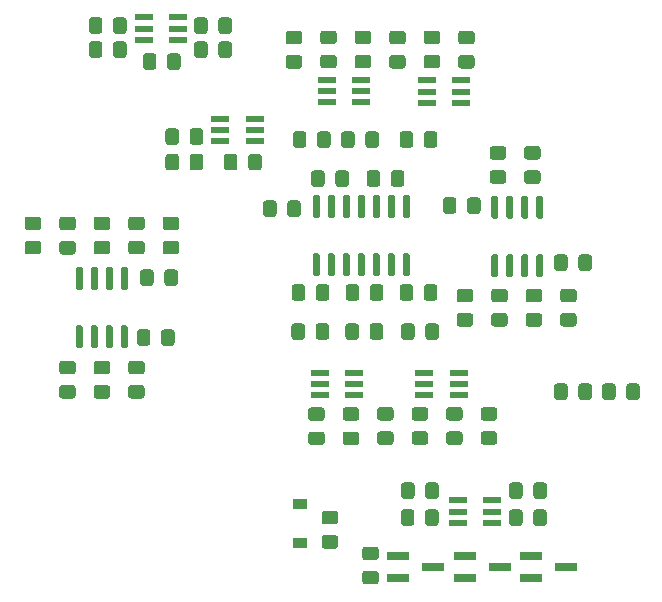
<source format=gbr>
G04 #@! TF.GenerationSoftware,KiCad,Pcbnew,5.1.6-c6e7f7d~87~ubuntu18.04.1*
G04 #@! TF.CreationDate,2020-08-18T13:24:45-04:00*
G04 #@! TF.ProjectId,arp_4072_LPF,6172705f-3430-4373-925f-4c50462e6b69,1*
G04 #@! TF.SameCoordinates,Original*
G04 #@! TF.FileFunction,Paste,Top*
G04 #@! TF.FilePolarity,Positive*
%FSLAX46Y46*%
G04 Gerber Fmt 4.6, Leading zero omitted, Abs format (unit mm)*
G04 Created by KiCad (PCBNEW 5.1.6-c6e7f7d~87~ubuntu18.04.1) date 2020-08-18 13:24:45*
%MOMM*%
%LPD*%
G01*
G04 APERTURE LIST*
%ADD10R,1.500000X0.550000*%
%ADD11R,1.900000X0.800000*%
%ADD12R,1.200000X0.900000*%
G04 APERTURE END LIST*
G36*
G01*
X150564000Y-94176001D02*
X150564000Y-93275999D01*
G75*
G02*
X150813999Y-93026000I249999J0D01*
G01*
X151464001Y-93026000D01*
G75*
G02*
X151714000Y-93275999I0J-249999D01*
G01*
X151714000Y-94176001D01*
G75*
G02*
X151464001Y-94426000I-249999J0D01*
G01*
X150813999Y-94426000D01*
G75*
G02*
X150564000Y-94176001I0J249999D01*
G01*
G37*
G36*
G01*
X148514000Y-94176001D02*
X148514000Y-93275999D01*
G75*
G02*
X148763999Y-93026000I249999J0D01*
G01*
X149414001Y-93026000D01*
G75*
G02*
X149664000Y-93275999I0J-249999D01*
G01*
X149664000Y-94176001D01*
G75*
G02*
X149414001Y-94426000I-249999J0D01*
G01*
X148763999Y-94426000D01*
G75*
G02*
X148514000Y-94176001I0J249999D01*
G01*
G37*
D10*
X165280000Y-82870000D03*
X165280000Y-83820000D03*
X165280000Y-84770000D03*
X162380000Y-84770000D03*
X162380000Y-83820000D03*
X162380000Y-82870000D03*
G36*
G01*
X136629000Y-103608000D02*
X136929000Y-103608000D01*
G75*
G02*
X137079000Y-103758000I0J-150000D01*
G01*
X137079000Y-105408000D01*
G75*
G02*
X136929000Y-105558000I-150000J0D01*
G01*
X136629000Y-105558000D01*
G75*
G02*
X136479000Y-105408000I0J150000D01*
G01*
X136479000Y-103758000D01*
G75*
G02*
X136629000Y-103608000I150000J0D01*
G01*
G37*
G36*
G01*
X135359000Y-103608000D02*
X135659000Y-103608000D01*
G75*
G02*
X135809000Y-103758000I0J-150000D01*
G01*
X135809000Y-105408000D01*
G75*
G02*
X135659000Y-105558000I-150000J0D01*
G01*
X135359000Y-105558000D01*
G75*
G02*
X135209000Y-105408000I0J150000D01*
G01*
X135209000Y-103758000D01*
G75*
G02*
X135359000Y-103608000I150000J0D01*
G01*
G37*
G36*
G01*
X134089000Y-103608000D02*
X134389000Y-103608000D01*
G75*
G02*
X134539000Y-103758000I0J-150000D01*
G01*
X134539000Y-105408000D01*
G75*
G02*
X134389000Y-105558000I-150000J0D01*
G01*
X134089000Y-105558000D01*
G75*
G02*
X133939000Y-105408000I0J150000D01*
G01*
X133939000Y-103758000D01*
G75*
G02*
X134089000Y-103608000I150000J0D01*
G01*
G37*
G36*
G01*
X132819000Y-103608000D02*
X133119000Y-103608000D01*
G75*
G02*
X133269000Y-103758000I0J-150000D01*
G01*
X133269000Y-105408000D01*
G75*
G02*
X133119000Y-105558000I-150000J0D01*
G01*
X132819000Y-105558000D01*
G75*
G02*
X132669000Y-105408000I0J150000D01*
G01*
X132669000Y-103758000D01*
G75*
G02*
X132819000Y-103608000I150000J0D01*
G01*
G37*
G36*
G01*
X132819000Y-98658000D02*
X133119000Y-98658000D01*
G75*
G02*
X133269000Y-98808000I0J-150000D01*
G01*
X133269000Y-100458000D01*
G75*
G02*
X133119000Y-100608000I-150000J0D01*
G01*
X132819000Y-100608000D01*
G75*
G02*
X132669000Y-100458000I0J150000D01*
G01*
X132669000Y-98808000D01*
G75*
G02*
X132819000Y-98658000I150000J0D01*
G01*
G37*
G36*
G01*
X134089000Y-98658000D02*
X134389000Y-98658000D01*
G75*
G02*
X134539000Y-98808000I0J-150000D01*
G01*
X134539000Y-100458000D01*
G75*
G02*
X134389000Y-100608000I-150000J0D01*
G01*
X134089000Y-100608000D01*
G75*
G02*
X133939000Y-100458000I0J150000D01*
G01*
X133939000Y-98808000D01*
G75*
G02*
X134089000Y-98658000I150000J0D01*
G01*
G37*
G36*
G01*
X135359000Y-98658000D02*
X135659000Y-98658000D01*
G75*
G02*
X135809000Y-98808000I0J-150000D01*
G01*
X135809000Y-100458000D01*
G75*
G02*
X135659000Y-100608000I-150000J0D01*
G01*
X135359000Y-100608000D01*
G75*
G02*
X135209000Y-100458000I0J150000D01*
G01*
X135209000Y-98808000D01*
G75*
G02*
X135359000Y-98658000I150000J0D01*
G01*
G37*
G36*
G01*
X136629000Y-98658000D02*
X136929000Y-98658000D01*
G75*
G02*
X137079000Y-98808000I0J-150000D01*
G01*
X137079000Y-100458000D01*
G75*
G02*
X136929000Y-100608000I-150000J0D01*
G01*
X136629000Y-100608000D01*
G75*
G02*
X136479000Y-100458000I0J150000D01*
G01*
X136479000Y-98808000D01*
G75*
G02*
X136629000Y-98658000I150000J0D01*
G01*
G37*
G36*
G01*
X171804000Y-97579000D02*
X172104000Y-97579000D01*
G75*
G02*
X172254000Y-97729000I0J-150000D01*
G01*
X172254000Y-99379000D01*
G75*
G02*
X172104000Y-99529000I-150000J0D01*
G01*
X171804000Y-99529000D01*
G75*
G02*
X171654000Y-99379000I0J150000D01*
G01*
X171654000Y-97729000D01*
G75*
G02*
X171804000Y-97579000I150000J0D01*
G01*
G37*
G36*
G01*
X170534000Y-97579000D02*
X170834000Y-97579000D01*
G75*
G02*
X170984000Y-97729000I0J-150000D01*
G01*
X170984000Y-99379000D01*
G75*
G02*
X170834000Y-99529000I-150000J0D01*
G01*
X170534000Y-99529000D01*
G75*
G02*
X170384000Y-99379000I0J150000D01*
G01*
X170384000Y-97729000D01*
G75*
G02*
X170534000Y-97579000I150000J0D01*
G01*
G37*
G36*
G01*
X169264000Y-97579000D02*
X169564000Y-97579000D01*
G75*
G02*
X169714000Y-97729000I0J-150000D01*
G01*
X169714000Y-99379000D01*
G75*
G02*
X169564000Y-99529000I-150000J0D01*
G01*
X169264000Y-99529000D01*
G75*
G02*
X169114000Y-99379000I0J150000D01*
G01*
X169114000Y-97729000D01*
G75*
G02*
X169264000Y-97579000I150000J0D01*
G01*
G37*
G36*
G01*
X167994000Y-97579000D02*
X168294000Y-97579000D01*
G75*
G02*
X168444000Y-97729000I0J-150000D01*
G01*
X168444000Y-99379000D01*
G75*
G02*
X168294000Y-99529000I-150000J0D01*
G01*
X167994000Y-99529000D01*
G75*
G02*
X167844000Y-99379000I0J150000D01*
G01*
X167844000Y-97729000D01*
G75*
G02*
X167994000Y-97579000I150000J0D01*
G01*
G37*
G36*
G01*
X167994000Y-92629000D02*
X168294000Y-92629000D01*
G75*
G02*
X168444000Y-92779000I0J-150000D01*
G01*
X168444000Y-94429000D01*
G75*
G02*
X168294000Y-94579000I-150000J0D01*
G01*
X167994000Y-94579000D01*
G75*
G02*
X167844000Y-94429000I0J150000D01*
G01*
X167844000Y-92779000D01*
G75*
G02*
X167994000Y-92629000I150000J0D01*
G01*
G37*
G36*
G01*
X169264000Y-92629000D02*
X169564000Y-92629000D01*
G75*
G02*
X169714000Y-92779000I0J-150000D01*
G01*
X169714000Y-94429000D01*
G75*
G02*
X169564000Y-94579000I-150000J0D01*
G01*
X169264000Y-94579000D01*
G75*
G02*
X169114000Y-94429000I0J150000D01*
G01*
X169114000Y-92779000D01*
G75*
G02*
X169264000Y-92629000I150000J0D01*
G01*
G37*
G36*
G01*
X170534000Y-92629000D02*
X170834000Y-92629000D01*
G75*
G02*
X170984000Y-92779000I0J-150000D01*
G01*
X170984000Y-94429000D01*
G75*
G02*
X170834000Y-94579000I-150000J0D01*
G01*
X170534000Y-94579000D01*
G75*
G02*
X170384000Y-94429000I0J150000D01*
G01*
X170384000Y-92779000D01*
G75*
G02*
X170534000Y-92629000I150000J0D01*
G01*
G37*
G36*
G01*
X171804000Y-92629000D02*
X172104000Y-92629000D01*
G75*
G02*
X172254000Y-92779000I0J-150000D01*
G01*
X172254000Y-94429000D01*
G75*
G02*
X172104000Y-94579000I-150000J0D01*
G01*
X171804000Y-94579000D01*
G75*
G02*
X171654000Y-94429000I0J150000D01*
G01*
X171654000Y-92779000D01*
G75*
G02*
X171804000Y-92629000I150000J0D01*
G01*
G37*
G36*
G01*
X160505000Y-97512000D02*
X160805000Y-97512000D01*
G75*
G02*
X160955000Y-97662000I0J-150000D01*
G01*
X160955000Y-99312000D01*
G75*
G02*
X160805000Y-99462000I-150000J0D01*
G01*
X160505000Y-99462000D01*
G75*
G02*
X160355000Y-99312000I0J150000D01*
G01*
X160355000Y-97662000D01*
G75*
G02*
X160505000Y-97512000I150000J0D01*
G01*
G37*
G36*
G01*
X159235000Y-97512000D02*
X159535000Y-97512000D01*
G75*
G02*
X159685000Y-97662000I0J-150000D01*
G01*
X159685000Y-99312000D01*
G75*
G02*
X159535000Y-99462000I-150000J0D01*
G01*
X159235000Y-99462000D01*
G75*
G02*
X159085000Y-99312000I0J150000D01*
G01*
X159085000Y-97662000D01*
G75*
G02*
X159235000Y-97512000I150000J0D01*
G01*
G37*
G36*
G01*
X157965000Y-97512000D02*
X158265000Y-97512000D01*
G75*
G02*
X158415000Y-97662000I0J-150000D01*
G01*
X158415000Y-99312000D01*
G75*
G02*
X158265000Y-99462000I-150000J0D01*
G01*
X157965000Y-99462000D01*
G75*
G02*
X157815000Y-99312000I0J150000D01*
G01*
X157815000Y-97662000D01*
G75*
G02*
X157965000Y-97512000I150000J0D01*
G01*
G37*
G36*
G01*
X156695000Y-97512000D02*
X156995000Y-97512000D01*
G75*
G02*
X157145000Y-97662000I0J-150000D01*
G01*
X157145000Y-99312000D01*
G75*
G02*
X156995000Y-99462000I-150000J0D01*
G01*
X156695000Y-99462000D01*
G75*
G02*
X156545000Y-99312000I0J150000D01*
G01*
X156545000Y-97662000D01*
G75*
G02*
X156695000Y-97512000I150000J0D01*
G01*
G37*
G36*
G01*
X155425000Y-97512000D02*
X155725000Y-97512000D01*
G75*
G02*
X155875000Y-97662000I0J-150000D01*
G01*
X155875000Y-99312000D01*
G75*
G02*
X155725000Y-99462000I-150000J0D01*
G01*
X155425000Y-99462000D01*
G75*
G02*
X155275000Y-99312000I0J150000D01*
G01*
X155275000Y-97662000D01*
G75*
G02*
X155425000Y-97512000I150000J0D01*
G01*
G37*
G36*
G01*
X154155000Y-97512000D02*
X154455000Y-97512000D01*
G75*
G02*
X154605000Y-97662000I0J-150000D01*
G01*
X154605000Y-99312000D01*
G75*
G02*
X154455000Y-99462000I-150000J0D01*
G01*
X154155000Y-99462000D01*
G75*
G02*
X154005000Y-99312000I0J150000D01*
G01*
X154005000Y-97662000D01*
G75*
G02*
X154155000Y-97512000I150000J0D01*
G01*
G37*
G36*
G01*
X152885000Y-97512000D02*
X153185000Y-97512000D01*
G75*
G02*
X153335000Y-97662000I0J-150000D01*
G01*
X153335000Y-99312000D01*
G75*
G02*
X153185000Y-99462000I-150000J0D01*
G01*
X152885000Y-99462000D01*
G75*
G02*
X152735000Y-99312000I0J150000D01*
G01*
X152735000Y-97662000D01*
G75*
G02*
X152885000Y-97512000I150000J0D01*
G01*
G37*
G36*
G01*
X152885000Y-92562000D02*
X153185000Y-92562000D01*
G75*
G02*
X153335000Y-92712000I0J-150000D01*
G01*
X153335000Y-94362000D01*
G75*
G02*
X153185000Y-94512000I-150000J0D01*
G01*
X152885000Y-94512000D01*
G75*
G02*
X152735000Y-94362000I0J150000D01*
G01*
X152735000Y-92712000D01*
G75*
G02*
X152885000Y-92562000I150000J0D01*
G01*
G37*
G36*
G01*
X154155000Y-92562000D02*
X154455000Y-92562000D01*
G75*
G02*
X154605000Y-92712000I0J-150000D01*
G01*
X154605000Y-94362000D01*
G75*
G02*
X154455000Y-94512000I-150000J0D01*
G01*
X154155000Y-94512000D01*
G75*
G02*
X154005000Y-94362000I0J150000D01*
G01*
X154005000Y-92712000D01*
G75*
G02*
X154155000Y-92562000I150000J0D01*
G01*
G37*
G36*
G01*
X155425000Y-92562000D02*
X155725000Y-92562000D01*
G75*
G02*
X155875000Y-92712000I0J-150000D01*
G01*
X155875000Y-94362000D01*
G75*
G02*
X155725000Y-94512000I-150000J0D01*
G01*
X155425000Y-94512000D01*
G75*
G02*
X155275000Y-94362000I0J150000D01*
G01*
X155275000Y-92712000D01*
G75*
G02*
X155425000Y-92562000I150000J0D01*
G01*
G37*
G36*
G01*
X156695000Y-92562000D02*
X156995000Y-92562000D01*
G75*
G02*
X157145000Y-92712000I0J-150000D01*
G01*
X157145000Y-94362000D01*
G75*
G02*
X156995000Y-94512000I-150000J0D01*
G01*
X156695000Y-94512000D01*
G75*
G02*
X156545000Y-94362000I0J150000D01*
G01*
X156545000Y-92712000D01*
G75*
G02*
X156695000Y-92562000I150000J0D01*
G01*
G37*
G36*
G01*
X157965000Y-92562000D02*
X158265000Y-92562000D01*
G75*
G02*
X158415000Y-92712000I0J-150000D01*
G01*
X158415000Y-94362000D01*
G75*
G02*
X158265000Y-94512000I-150000J0D01*
G01*
X157965000Y-94512000D01*
G75*
G02*
X157815000Y-94362000I0J150000D01*
G01*
X157815000Y-92712000D01*
G75*
G02*
X157965000Y-92562000I150000J0D01*
G01*
G37*
G36*
G01*
X159235000Y-92562000D02*
X159535000Y-92562000D01*
G75*
G02*
X159685000Y-92712000I0J-150000D01*
G01*
X159685000Y-94362000D01*
G75*
G02*
X159535000Y-94512000I-150000J0D01*
G01*
X159235000Y-94512000D01*
G75*
G02*
X159085000Y-94362000I0J150000D01*
G01*
X159085000Y-92712000D01*
G75*
G02*
X159235000Y-92562000I150000J0D01*
G01*
G37*
G36*
G01*
X160505000Y-92562000D02*
X160805000Y-92562000D01*
G75*
G02*
X160955000Y-92712000I0J-150000D01*
G01*
X160955000Y-94362000D01*
G75*
G02*
X160805000Y-94512000I-150000J0D01*
G01*
X160505000Y-94512000D01*
G75*
G02*
X160355000Y-94362000I0J150000D01*
G01*
X160355000Y-92712000D01*
G75*
G02*
X160505000Y-92562000I150000J0D01*
G01*
G37*
G36*
G01*
X153727999Y-121363000D02*
X154628001Y-121363000D01*
G75*
G02*
X154878000Y-121612999I0J-249999D01*
G01*
X154878000Y-122263001D01*
G75*
G02*
X154628001Y-122513000I-249999J0D01*
G01*
X153727999Y-122513000D01*
G75*
G02*
X153478000Y-122263001I0J249999D01*
G01*
X153478000Y-121612999D01*
G75*
G02*
X153727999Y-121363000I249999J0D01*
G01*
G37*
G36*
G01*
X153727999Y-119313000D02*
X154628001Y-119313000D01*
G75*
G02*
X154878000Y-119562999I0J-249999D01*
G01*
X154878000Y-120213001D01*
G75*
G02*
X154628001Y-120463000I-249999J0D01*
G01*
X153727999Y-120463000D01*
G75*
G02*
X153478000Y-120213001I0J249999D01*
G01*
X153478000Y-119562999D01*
G75*
G02*
X153727999Y-119313000I249999J0D01*
G01*
G37*
G36*
G01*
X158057001Y-123493000D02*
X157156999Y-123493000D01*
G75*
G02*
X156907000Y-123243001I0J249999D01*
G01*
X156907000Y-122592999D01*
G75*
G02*
X157156999Y-122343000I249999J0D01*
G01*
X158057001Y-122343000D01*
G75*
G02*
X158307000Y-122592999I0J-249999D01*
G01*
X158307000Y-123243001D01*
G75*
G02*
X158057001Y-123493000I-249999J0D01*
G01*
G37*
G36*
G01*
X158057001Y-125543000D02*
X157156999Y-125543000D01*
G75*
G02*
X156907000Y-125293001I0J249999D01*
G01*
X156907000Y-124642999D01*
G75*
G02*
X157156999Y-124393000I249999J0D01*
G01*
X158057001Y-124393000D01*
G75*
G02*
X158307000Y-124642999I0J-249999D01*
G01*
X158307000Y-125293001D01*
G75*
G02*
X158057001Y-125543000I-249999J0D01*
G01*
G37*
G36*
G01*
X162248000Y-118052001D02*
X162248000Y-117151999D01*
G75*
G02*
X162497999Y-116902000I249999J0D01*
G01*
X163148001Y-116902000D01*
G75*
G02*
X163398000Y-117151999I0J-249999D01*
G01*
X163398000Y-118052001D01*
G75*
G02*
X163148001Y-118302000I-249999J0D01*
G01*
X162497999Y-118302000D01*
G75*
G02*
X162248000Y-118052001I0J249999D01*
G01*
G37*
G36*
G01*
X160198000Y-118052001D02*
X160198000Y-117151999D01*
G75*
G02*
X160447999Y-116902000I249999J0D01*
G01*
X161098001Y-116902000D01*
G75*
G02*
X161348000Y-117151999I0J-249999D01*
G01*
X161348000Y-118052001D01*
G75*
G02*
X161098001Y-118302000I-249999J0D01*
G01*
X160447999Y-118302000D01*
G75*
G02*
X160198000Y-118052001I0J249999D01*
G01*
G37*
G36*
G01*
X162239000Y-120338001D02*
X162239000Y-119437999D01*
G75*
G02*
X162488999Y-119188000I249999J0D01*
G01*
X163139001Y-119188000D01*
G75*
G02*
X163389000Y-119437999I0J-249999D01*
G01*
X163389000Y-120338001D01*
G75*
G02*
X163139001Y-120588000I-249999J0D01*
G01*
X162488999Y-120588000D01*
G75*
G02*
X162239000Y-120338001I0J249999D01*
G01*
G37*
G36*
G01*
X160189000Y-120338001D02*
X160189000Y-119437999D01*
G75*
G02*
X160438999Y-119188000I249999J0D01*
G01*
X161089001Y-119188000D01*
G75*
G02*
X161339000Y-119437999I0J-249999D01*
G01*
X161339000Y-120338001D01*
G75*
G02*
X161089001Y-120588000I-249999J0D01*
G01*
X160438999Y-120588000D01*
G75*
G02*
X160189000Y-120338001I0J249999D01*
G01*
G37*
G36*
G01*
X170999999Y-102567000D02*
X171900001Y-102567000D01*
G75*
G02*
X172150000Y-102816999I0J-249999D01*
G01*
X172150000Y-103467001D01*
G75*
G02*
X171900001Y-103717000I-249999J0D01*
G01*
X170999999Y-103717000D01*
G75*
G02*
X170750000Y-103467001I0J249999D01*
G01*
X170750000Y-102816999D01*
G75*
G02*
X170999999Y-102567000I249999J0D01*
G01*
G37*
G36*
G01*
X170999999Y-100517000D02*
X171900001Y-100517000D01*
G75*
G02*
X172150000Y-100766999I0J-249999D01*
G01*
X172150000Y-101417001D01*
G75*
G02*
X171900001Y-101667000I-249999J0D01*
G01*
X170999999Y-101667000D01*
G75*
G02*
X170750000Y-101417001I0J249999D01*
G01*
X170750000Y-100766999D01*
G75*
G02*
X170999999Y-100517000I249999J0D01*
G01*
G37*
G36*
G01*
X168078999Y-102567000D02*
X168979001Y-102567000D01*
G75*
G02*
X169229000Y-102816999I0J-249999D01*
G01*
X169229000Y-103467001D01*
G75*
G02*
X168979001Y-103717000I-249999J0D01*
G01*
X168078999Y-103717000D01*
G75*
G02*
X167829000Y-103467001I0J249999D01*
G01*
X167829000Y-102816999D01*
G75*
G02*
X168078999Y-102567000I249999J0D01*
G01*
G37*
G36*
G01*
X168078999Y-100517000D02*
X168979001Y-100517000D01*
G75*
G02*
X169229000Y-100766999I0J-249999D01*
G01*
X169229000Y-101417001D01*
G75*
G02*
X168979001Y-101667000I-249999J0D01*
G01*
X168078999Y-101667000D01*
G75*
G02*
X167829000Y-101417001I0J249999D01*
G01*
X167829000Y-100766999D01*
G75*
G02*
X168078999Y-100517000I249999J0D01*
G01*
G37*
G36*
G01*
X170492000Y-119437999D02*
X170492000Y-120338001D01*
G75*
G02*
X170242001Y-120588000I-249999J0D01*
G01*
X169591999Y-120588000D01*
G75*
G02*
X169342000Y-120338001I0J249999D01*
G01*
X169342000Y-119437999D01*
G75*
G02*
X169591999Y-119188000I249999J0D01*
G01*
X170242001Y-119188000D01*
G75*
G02*
X170492000Y-119437999I0J-249999D01*
G01*
G37*
G36*
G01*
X172542000Y-119437999D02*
X172542000Y-120338001D01*
G75*
G02*
X172292001Y-120588000I-249999J0D01*
G01*
X171641999Y-120588000D01*
G75*
G02*
X171392000Y-120338001I0J249999D01*
G01*
X171392000Y-119437999D01*
G75*
G02*
X171641999Y-119188000I249999J0D01*
G01*
X172292001Y-119188000D01*
G75*
G02*
X172542000Y-119437999I0J-249999D01*
G01*
G37*
G36*
G01*
X171401000Y-118052001D02*
X171401000Y-117151999D01*
G75*
G02*
X171650999Y-116902000I249999J0D01*
G01*
X172301001Y-116902000D01*
G75*
G02*
X172551000Y-117151999I0J-249999D01*
G01*
X172551000Y-118052001D01*
G75*
G02*
X172301001Y-118302000I-249999J0D01*
G01*
X171650999Y-118302000D01*
G75*
G02*
X171401000Y-118052001I0J249999D01*
G01*
G37*
G36*
G01*
X169351000Y-118052001D02*
X169351000Y-117151999D01*
G75*
G02*
X169600999Y-116902000I249999J0D01*
G01*
X170251001Y-116902000D01*
G75*
G02*
X170501000Y-117151999I0J-249999D01*
G01*
X170501000Y-118052001D01*
G75*
G02*
X170251001Y-118302000I-249999J0D01*
G01*
X169600999Y-118302000D01*
G75*
G02*
X169351000Y-118052001I0J249999D01*
G01*
G37*
G36*
G01*
X166058001Y-101667000D02*
X165157999Y-101667000D01*
G75*
G02*
X164908000Y-101417001I0J249999D01*
G01*
X164908000Y-100766999D01*
G75*
G02*
X165157999Y-100517000I249999J0D01*
G01*
X166058001Y-100517000D01*
G75*
G02*
X166308000Y-100766999I0J-249999D01*
G01*
X166308000Y-101417001D01*
G75*
G02*
X166058001Y-101667000I-249999J0D01*
G01*
G37*
G36*
G01*
X166058001Y-103717000D02*
X165157999Y-103717000D01*
G75*
G02*
X164908000Y-103467001I0J249999D01*
G01*
X164908000Y-102816999D01*
G75*
G02*
X165157999Y-102567000I249999J0D01*
G01*
X166058001Y-102567000D01*
G75*
G02*
X166308000Y-102816999I0J-249999D01*
G01*
X166308000Y-103467001D01*
G75*
G02*
X166058001Y-103717000I-249999J0D01*
G01*
G37*
G36*
G01*
X173920999Y-102567000D02*
X174821001Y-102567000D01*
G75*
G02*
X175071000Y-102816999I0J-249999D01*
G01*
X175071000Y-103467001D01*
G75*
G02*
X174821001Y-103717000I-249999J0D01*
G01*
X173920999Y-103717000D01*
G75*
G02*
X173671000Y-103467001I0J249999D01*
G01*
X173671000Y-102816999D01*
G75*
G02*
X173920999Y-102567000I249999J0D01*
G01*
G37*
G36*
G01*
X173920999Y-100517000D02*
X174821001Y-100517000D01*
G75*
G02*
X175071000Y-100766999I0J-249999D01*
G01*
X175071000Y-101417001D01*
G75*
G02*
X174821001Y-101667000I-249999J0D01*
G01*
X173920999Y-101667000D01*
G75*
G02*
X173671000Y-101417001I0J249999D01*
G01*
X173671000Y-100766999D01*
G75*
G02*
X173920999Y-100517000I249999J0D01*
G01*
G37*
G36*
G01*
X138245001Y-95553000D02*
X137344999Y-95553000D01*
G75*
G02*
X137095000Y-95303001I0J249999D01*
G01*
X137095000Y-94652999D01*
G75*
G02*
X137344999Y-94403000I249999J0D01*
G01*
X138245001Y-94403000D01*
G75*
G02*
X138495000Y-94652999I0J-249999D01*
G01*
X138495000Y-95303001D01*
G75*
G02*
X138245001Y-95553000I-249999J0D01*
G01*
G37*
G36*
G01*
X138245001Y-97603000D02*
X137344999Y-97603000D01*
G75*
G02*
X137095000Y-97353001I0J249999D01*
G01*
X137095000Y-96702999D01*
G75*
G02*
X137344999Y-96453000I249999J0D01*
G01*
X138245001Y-96453000D01*
G75*
G02*
X138495000Y-96702999I0J-249999D01*
G01*
X138495000Y-97353001D01*
G75*
G02*
X138245001Y-97603000I-249999J0D01*
G01*
G37*
G36*
G01*
X129482001Y-95553000D02*
X128581999Y-95553000D01*
G75*
G02*
X128332000Y-95303001I0J249999D01*
G01*
X128332000Y-94652999D01*
G75*
G02*
X128581999Y-94403000I249999J0D01*
G01*
X129482001Y-94403000D01*
G75*
G02*
X129732000Y-94652999I0J-249999D01*
G01*
X129732000Y-95303001D01*
G75*
G02*
X129482001Y-95553000I-249999J0D01*
G01*
G37*
G36*
G01*
X129482001Y-97603000D02*
X128581999Y-97603000D01*
G75*
G02*
X128332000Y-97353001I0J249999D01*
G01*
X128332000Y-96702999D01*
G75*
G02*
X128581999Y-96453000I249999J0D01*
G01*
X129482001Y-96453000D01*
G75*
G02*
X129732000Y-96702999I0J-249999D01*
G01*
X129732000Y-97353001D01*
G75*
G02*
X129482001Y-97603000I-249999J0D01*
G01*
G37*
G36*
G01*
X135324001Y-95553000D02*
X134423999Y-95553000D01*
G75*
G02*
X134174000Y-95303001I0J249999D01*
G01*
X134174000Y-94652999D01*
G75*
G02*
X134423999Y-94403000I249999J0D01*
G01*
X135324001Y-94403000D01*
G75*
G02*
X135574000Y-94652999I0J-249999D01*
G01*
X135574000Y-95303001D01*
G75*
G02*
X135324001Y-95553000I-249999J0D01*
G01*
G37*
G36*
G01*
X135324001Y-97603000D02*
X134423999Y-97603000D01*
G75*
G02*
X134174000Y-97353001I0J249999D01*
G01*
X134174000Y-96702999D01*
G75*
G02*
X134423999Y-96453000I249999J0D01*
G01*
X135324001Y-96453000D01*
G75*
G02*
X135574000Y-96702999I0J-249999D01*
G01*
X135574000Y-97353001D01*
G75*
G02*
X135324001Y-97603000I-249999J0D01*
G01*
G37*
G36*
G01*
X170872999Y-90484000D02*
X171773001Y-90484000D01*
G75*
G02*
X172023000Y-90733999I0J-249999D01*
G01*
X172023000Y-91384001D01*
G75*
G02*
X171773001Y-91634000I-249999J0D01*
G01*
X170872999Y-91634000D01*
G75*
G02*
X170623000Y-91384001I0J249999D01*
G01*
X170623000Y-90733999D01*
G75*
G02*
X170872999Y-90484000I249999J0D01*
G01*
G37*
G36*
G01*
X170872999Y-88434000D02*
X171773001Y-88434000D01*
G75*
G02*
X172023000Y-88683999I0J-249999D01*
G01*
X172023000Y-89334001D01*
G75*
G02*
X171773001Y-89584000I-249999J0D01*
G01*
X170872999Y-89584000D01*
G75*
G02*
X170623000Y-89334001I0J249999D01*
G01*
X170623000Y-88683999D01*
G75*
G02*
X170872999Y-88434000I249999J0D01*
G01*
G37*
G36*
G01*
X168852001Y-89584000D02*
X167951999Y-89584000D01*
G75*
G02*
X167702000Y-89334001I0J249999D01*
G01*
X167702000Y-88683999D01*
G75*
G02*
X167951999Y-88434000I249999J0D01*
G01*
X168852001Y-88434000D01*
G75*
G02*
X169102000Y-88683999I0J-249999D01*
G01*
X169102000Y-89334001D01*
G75*
G02*
X168852001Y-89584000I-249999J0D01*
G01*
G37*
G36*
G01*
X168852001Y-91634000D02*
X167951999Y-91634000D01*
G75*
G02*
X167702000Y-91384001I0J249999D01*
G01*
X167702000Y-90733999D01*
G75*
G02*
X167951999Y-90484000I249999J0D01*
G01*
X168852001Y-90484000D01*
G75*
G02*
X169102000Y-90733999I0J-249999D01*
G01*
X169102000Y-91384001D01*
G75*
G02*
X168852001Y-91634000I-249999J0D01*
G01*
G37*
G36*
G01*
X161347999Y-112582000D02*
X162248001Y-112582000D01*
G75*
G02*
X162498000Y-112831999I0J-249999D01*
G01*
X162498000Y-113482001D01*
G75*
G02*
X162248001Y-113732000I-249999J0D01*
G01*
X161347999Y-113732000D01*
G75*
G02*
X161098000Y-113482001I0J249999D01*
G01*
X161098000Y-112831999D01*
G75*
G02*
X161347999Y-112582000I249999J0D01*
G01*
G37*
G36*
G01*
X161347999Y-110532000D02*
X162248001Y-110532000D01*
G75*
G02*
X162498000Y-110781999I0J-249999D01*
G01*
X162498000Y-111432001D01*
G75*
G02*
X162248001Y-111682000I-249999J0D01*
G01*
X161347999Y-111682000D01*
G75*
G02*
X161098000Y-111432001I0J249999D01*
G01*
X161098000Y-110781999D01*
G75*
G02*
X161347999Y-110532000I249999J0D01*
G01*
G37*
G36*
G01*
X152968000Y-104590001D02*
X152968000Y-103689999D01*
G75*
G02*
X153217999Y-103440000I249999J0D01*
G01*
X153868001Y-103440000D01*
G75*
G02*
X154118000Y-103689999I0J-249999D01*
G01*
X154118000Y-104590001D01*
G75*
G02*
X153868001Y-104840000I-249999J0D01*
G01*
X153217999Y-104840000D01*
G75*
G02*
X152968000Y-104590001I0J249999D01*
G01*
G37*
G36*
G01*
X150918000Y-104590001D02*
X150918000Y-103689999D01*
G75*
G02*
X151167999Y-103440000I249999J0D01*
G01*
X151818001Y-103440000D01*
G75*
G02*
X152068000Y-103689999I0J-249999D01*
G01*
X152068000Y-104590001D01*
G75*
G02*
X151818001Y-104840000I-249999J0D01*
G01*
X151167999Y-104840000D01*
G75*
G02*
X150918000Y-104590001I0J249999D01*
G01*
G37*
G36*
G01*
X165169001Y-111682000D02*
X164268999Y-111682000D01*
G75*
G02*
X164019000Y-111432001I0J249999D01*
G01*
X164019000Y-110781999D01*
G75*
G02*
X164268999Y-110532000I249999J0D01*
G01*
X165169001Y-110532000D01*
G75*
G02*
X165419000Y-110781999I0J-249999D01*
G01*
X165419000Y-111432001D01*
G75*
G02*
X165169001Y-111682000I-249999J0D01*
G01*
G37*
G36*
G01*
X165169001Y-113732000D02*
X164268999Y-113732000D01*
G75*
G02*
X164019000Y-113482001I0J249999D01*
G01*
X164019000Y-112831999D01*
G75*
G02*
X164268999Y-112582000I249999J0D01*
G01*
X165169001Y-112582000D01*
G75*
G02*
X165419000Y-112831999I0J-249999D01*
G01*
X165419000Y-113482001D01*
G75*
G02*
X165169001Y-113732000I-249999J0D01*
G01*
G37*
G36*
G01*
X157540000Y-104590001D02*
X157540000Y-103689999D01*
G75*
G02*
X157789999Y-103440000I249999J0D01*
G01*
X158440001Y-103440000D01*
G75*
G02*
X158690000Y-103689999I0J-249999D01*
G01*
X158690000Y-104590001D01*
G75*
G02*
X158440001Y-104840000I-249999J0D01*
G01*
X157789999Y-104840000D01*
G75*
G02*
X157540000Y-104590001I0J249999D01*
G01*
G37*
G36*
G01*
X155490000Y-104590001D02*
X155490000Y-103689999D01*
G75*
G02*
X155739999Y-103440000I249999J0D01*
G01*
X156390001Y-103440000D01*
G75*
G02*
X156640000Y-103689999I0J-249999D01*
G01*
X156640000Y-104590001D01*
G75*
G02*
X156390001Y-104840000I-249999J0D01*
G01*
X155739999Y-104840000D01*
G75*
G02*
X155490000Y-104590001I0J249999D01*
G01*
G37*
G36*
G01*
X167189999Y-112582000D02*
X168090001Y-112582000D01*
G75*
G02*
X168340000Y-112831999I0J-249999D01*
G01*
X168340000Y-113482001D01*
G75*
G02*
X168090001Y-113732000I-249999J0D01*
G01*
X167189999Y-113732000D01*
G75*
G02*
X166940000Y-113482001I0J249999D01*
G01*
X166940000Y-112831999D01*
G75*
G02*
X167189999Y-112582000I249999J0D01*
G01*
G37*
G36*
G01*
X167189999Y-110532000D02*
X168090001Y-110532000D01*
G75*
G02*
X168340000Y-110781999I0J-249999D01*
G01*
X168340000Y-111432001D01*
G75*
G02*
X168090001Y-111682000I-249999J0D01*
G01*
X167189999Y-111682000D01*
G75*
G02*
X166940000Y-111432001I0J249999D01*
G01*
X166940000Y-110781999D01*
G75*
G02*
X167189999Y-110532000I249999J0D01*
G01*
G37*
G36*
G01*
X158426999Y-112582000D02*
X159327001Y-112582000D01*
G75*
G02*
X159577000Y-112831999I0J-249999D01*
G01*
X159577000Y-113482001D01*
G75*
G02*
X159327001Y-113732000I-249999J0D01*
G01*
X158426999Y-113732000D01*
G75*
G02*
X158177000Y-113482001I0J249999D01*
G01*
X158177000Y-112831999D01*
G75*
G02*
X158426999Y-112582000I249999J0D01*
G01*
G37*
G36*
G01*
X158426999Y-110532000D02*
X159327001Y-110532000D01*
G75*
G02*
X159577000Y-110781999I0J-249999D01*
G01*
X159577000Y-111432001D01*
G75*
G02*
X159327001Y-111682000I-249999J0D01*
G01*
X158426999Y-111682000D01*
G75*
G02*
X158177000Y-111432001I0J249999D01*
G01*
X158177000Y-110781999D01*
G75*
G02*
X158426999Y-110532000I249999J0D01*
G01*
G37*
G36*
G01*
X162257000Y-104590001D02*
X162257000Y-103689999D01*
G75*
G02*
X162506999Y-103440000I249999J0D01*
G01*
X163157001Y-103440000D01*
G75*
G02*
X163407000Y-103689999I0J-249999D01*
G01*
X163407000Y-104590001D01*
G75*
G02*
X163157001Y-104840000I-249999J0D01*
G01*
X162506999Y-104840000D01*
G75*
G02*
X162257000Y-104590001I0J249999D01*
G01*
G37*
G36*
G01*
X160207000Y-104590001D02*
X160207000Y-103689999D01*
G75*
G02*
X160456999Y-103440000I249999J0D01*
G01*
X161107001Y-103440000D01*
G75*
G02*
X161357000Y-103689999I0J-249999D01*
G01*
X161357000Y-104590001D01*
G75*
G02*
X161107001Y-104840000I-249999J0D01*
G01*
X160456999Y-104840000D01*
G75*
G02*
X160207000Y-104590001I0J249999D01*
G01*
G37*
G36*
G01*
X156406001Y-111700000D02*
X155505999Y-111700000D01*
G75*
G02*
X155256000Y-111450001I0J249999D01*
G01*
X155256000Y-110799999D01*
G75*
G02*
X155505999Y-110550000I249999J0D01*
G01*
X156406001Y-110550000D01*
G75*
G02*
X156656000Y-110799999I0J-249999D01*
G01*
X156656000Y-111450001D01*
G75*
G02*
X156406001Y-111700000I-249999J0D01*
G01*
G37*
G36*
G01*
X156406001Y-113750000D02*
X155505999Y-113750000D01*
G75*
G02*
X155256000Y-113500001I0J249999D01*
G01*
X155256000Y-112849999D01*
G75*
G02*
X155505999Y-112600000I249999J0D01*
G01*
X156406001Y-112600000D01*
G75*
G02*
X156656000Y-112849999I0J-249999D01*
G01*
X156656000Y-113500001D01*
G75*
G02*
X156406001Y-113750000I-249999J0D01*
G01*
G37*
G36*
G01*
X162130000Y-101288001D02*
X162130000Y-100387999D01*
G75*
G02*
X162379999Y-100138000I249999J0D01*
G01*
X163030001Y-100138000D01*
G75*
G02*
X163280000Y-100387999I0J-249999D01*
G01*
X163280000Y-101288001D01*
G75*
G02*
X163030001Y-101538000I-249999J0D01*
G01*
X162379999Y-101538000D01*
G75*
G02*
X162130000Y-101288001I0J249999D01*
G01*
G37*
G36*
G01*
X160080000Y-101288001D02*
X160080000Y-100387999D01*
G75*
G02*
X160329999Y-100138000I249999J0D01*
G01*
X160980001Y-100138000D01*
G75*
G02*
X161230000Y-100387999I0J-249999D01*
G01*
X161230000Y-101288001D01*
G75*
G02*
X160980001Y-101538000I-249999J0D01*
G01*
X160329999Y-101538000D01*
G75*
G02*
X160080000Y-101288001I0J249999D01*
G01*
G37*
G36*
G01*
X152584999Y-112600000D02*
X153485001Y-112600000D01*
G75*
G02*
X153735000Y-112849999I0J-249999D01*
G01*
X153735000Y-113500001D01*
G75*
G02*
X153485001Y-113750000I-249999J0D01*
G01*
X152584999Y-113750000D01*
G75*
G02*
X152335000Y-113500001I0J249999D01*
G01*
X152335000Y-112849999D01*
G75*
G02*
X152584999Y-112600000I249999J0D01*
G01*
G37*
G36*
G01*
X152584999Y-110550000D02*
X153485001Y-110550000D01*
G75*
G02*
X153735000Y-110799999I0J-249999D01*
G01*
X153735000Y-111450001D01*
G75*
G02*
X153485001Y-111700000I-249999J0D01*
G01*
X152584999Y-111700000D01*
G75*
G02*
X152335000Y-111450001I0J249999D01*
G01*
X152335000Y-110799999D01*
G75*
G02*
X152584999Y-110550000I249999J0D01*
G01*
G37*
G36*
G01*
X147253000Y-90239001D02*
X147253000Y-89338999D01*
G75*
G02*
X147502999Y-89089000I249999J0D01*
G01*
X148153001Y-89089000D01*
G75*
G02*
X148403000Y-89338999I0J-249999D01*
G01*
X148403000Y-90239001D01*
G75*
G02*
X148153001Y-90489000I-249999J0D01*
G01*
X147502999Y-90489000D01*
G75*
G02*
X147253000Y-90239001I0J249999D01*
G01*
G37*
G36*
G01*
X145203000Y-90239001D02*
X145203000Y-89338999D01*
G75*
G02*
X145452999Y-89089000I249999J0D01*
G01*
X146103001Y-89089000D01*
G75*
G02*
X146353000Y-89338999I0J-249999D01*
G01*
X146353000Y-90239001D01*
G75*
G02*
X146103001Y-90489000I-249999J0D01*
G01*
X145452999Y-90489000D01*
G75*
G02*
X145203000Y-90239001I0J249999D01*
G01*
G37*
G36*
G01*
X166185001Y-79823000D02*
X165284999Y-79823000D01*
G75*
G02*
X165035000Y-79573001I0J249999D01*
G01*
X165035000Y-78922999D01*
G75*
G02*
X165284999Y-78673000I249999J0D01*
G01*
X166185001Y-78673000D01*
G75*
G02*
X166435000Y-78922999I0J-249999D01*
G01*
X166435000Y-79573001D01*
G75*
G02*
X166185001Y-79823000I-249999J0D01*
G01*
G37*
G36*
G01*
X166185001Y-81873000D02*
X165284999Y-81873000D01*
G75*
G02*
X165035000Y-81623001I0J249999D01*
G01*
X165035000Y-80972999D01*
G75*
G02*
X165284999Y-80723000I249999J0D01*
G01*
X166185001Y-80723000D01*
G75*
G02*
X166435000Y-80972999I0J-249999D01*
G01*
X166435000Y-81623001D01*
G75*
G02*
X166185001Y-81873000I-249999J0D01*
G01*
G37*
G36*
G01*
X162130000Y-88334001D02*
X162130000Y-87433999D01*
G75*
G02*
X162379999Y-87184000I249999J0D01*
G01*
X163030001Y-87184000D01*
G75*
G02*
X163280000Y-87433999I0J-249999D01*
G01*
X163280000Y-88334001D01*
G75*
G02*
X163030001Y-88584000I-249999J0D01*
G01*
X162379999Y-88584000D01*
G75*
G02*
X162130000Y-88334001I0J249999D01*
G01*
G37*
G36*
G01*
X160080000Y-88334001D02*
X160080000Y-87433999D01*
G75*
G02*
X160329999Y-87184000I249999J0D01*
G01*
X160980001Y-87184000D01*
G75*
G02*
X161230000Y-87433999I0J-249999D01*
G01*
X161230000Y-88334001D01*
G75*
G02*
X160980001Y-88584000I-249999J0D01*
G01*
X160329999Y-88584000D01*
G75*
G02*
X160080000Y-88334001I0J249999D01*
G01*
G37*
G36*
G01*
X141400000Y-87179999D02*
X141400000Y-88080001D01*
G75*
G02*
X141150001Y-88330000I-249999J0D01*
G01*
X140499999Y-88330000D01*
G75*
G02*
X140250000Y-88080001I0J249999D01*
G01*
X140250000Y-87179999D01*
G75*
G02*
X140499999Y-86930000I249999J0D01*
G01*
X141150001Y-86930000D01*
G75*
G02*
X141400000Y-87179999I0J-249999D01*
G01*
G37*
G36*
G01*
X143450000Y-87179999D02*
X143450000Y-88080001D01*
G75*
G02*
X143200001Y-88330000I-249999J0D01*
G01*
X142549999Y-88330000D01*
G75*
G02*
X142300000Y-88080001I0J249999D01*
G01*
X142300000Y-87179999D01*
G75*
G02*
X142549999Y-86930000I249999J0D01*
G01*
X143200001Y-86930000D01*
G75*
G02*
X143450000Y-87179999I0J-249999D01*
G01*
G37*
G36*
G01*
X162363999Y-80705000D02*
X163264001Y-80705000D01*
G75*
G02*
X163514000Y-80954999I0J-249999D01*
G01*
X163514000Y-81605001D01*
G75*
G02*
X163264001Y-81855000I-249999J0D01*
G01*
X162363999Y-81855000D01*
G75*
G02*
X162114000Y-81605001I0J249999D01*
G01*
X162114000Y-80954999D01*
G75*
G02*
X162363999Y-80705000I249999J0D01*
G01*
G37*
G36*
G01*
X162363999Y-78655000D02*
X163264001Y-78655000D01*
G75*
G02*
X163514000Y-78904999I0J-249999D01*
G01*
X163514000Y-79555001D01*
G75*
G02*
X163264001Y-79805000I-249999J0D01*
G01*
X162363999Y-79805000D01*
G75*
G02*
X162114000Y-79555001I0J249999D01*
G01*
X162114000Y-78904999D01*
G75*
G02*
X162363999Y-78655000I249999J0D01*
G01*
G37*
G36*
G01*
X141400000Y-89338999D02*
X141400000Y-90239001D01*
G75*
G02*
X141150001Y-90489000I-249999J0D01*
G01*
X140499999Y-90489000D01*
G75*
G02*
X140250000Y-90239001I0J249999D01*
G01*
X140250000Y-89338999D01*
G75*
G02*
X140499999Y-89089000I249999J0D01*
G01*
X141150001Y-89089000D01*
G75*
G02*
X141400000Y-89338999I0J-249999D01*
G01*
G37*
G36*
G01*
X143450000Y-89338999D02*
X143450000Y-90239001D01*
G75*
G02*
X143200001Y-90489000I-249999J0D01*
G01*
X142549999Y-90489000D01*
G75*
G02*
X142300000Y-90239001I0J249999D01*
G01*
X142300000Y-89338999D01*
G75*
G02*
X142549999Y-89089000I249999J0D01*
G01*
X143200001Y-89089000D01*
G75*
G02*
X143450000Y-89338999I0J-249999D01*
G01*
G37*
G36*
G01*
X156277000Y-87433999D02*
X156277000Y-88334001D01*
G75*
G02*
X156027001Y-88584000I-249999J0D01*
G01*
X155376999Y-88584000D01*
G75*
G02*
X155127000Y-88334001I0J249999D01*
G01*
X155127000Y-87433999D01*
G75*
G02*
X155376999Y-87184000I249999J0D01*
G01*
X156027001Y-87184000D01*
G75*
G02*
X156277000Y-87433999I0J-249999D01*
G01*
G37*
G36*
G01*
X158327000Y-87433999D02*
X158327000Y-88334001D01*
G75*
G02*
X158077001Y-88584000I-249999J0D01*
G01*
X157426999Y-88584000D01*
G75*
G02*
X157177000Y-88334001I0J249999D01*
G01*
X157177000Y-87433999D01*
G75*
G02*
X157426999Y-87184000I249999J0D01*
G01*
X158077001Y-87184000D01*
G75*
G02*
X158327000Y-87433999I0J-249999D01*
G01*
G37*
G36*
G01*
X160343001Y-79823000D02*
X159442999Y-79823000D01*
G75*
G02*
X159193000Y-79573001I0J249999D01*
G01*
X159193000Y-78922999D01*
G75*
G02*
X159442999Y-78673000I249999J0D01*
G01*
X160343001Y-78673000D01*
G75*
G02*
X160593000Y-78922999I0J-249999D01*
G01*
X160593000Y-79573001D01*
G75*
G02*
X160343001Y-79823000I-249999J0D01*
G01*
G37*
G36*
G01*
X160343001Y-81873000D02*
X159442999Y-81873000D01*
G75*
G02*
X159193000Y-81623001I0J249999D01*
G01*
X159193000Y-80972999D01*
G75*
G02*
X159442999Y-80723000I249999J0D01*
G01*
X160343001Y-80723000D01*
G75*
G02*
X160593000Y-80972999I0J-249999D01*
G01*
X160593000Y-81623001D01*
G75*
G02*
X160343001Y-81873000I-249999J0D01*
G01*
G37*
G36*
G01*
X157422001Y-79805000D02*
X156521999Y-79805000D01*
G75*
G02*
X156272000Y-79555001I0J249999D01*
G01*
X156272000Y-78904999D01*
G75*
G02*
X156521999Y-78655000I249999J0D01*
G01*
X157422001Y-78655000D01*
G75*
G02*
X157672000Y-78904999I0J-249999D01*
G01*
X157672000Y-79555001D01*
G75*
G02*
X157422001Y-79805000I-249999J0D01*
G01*
G37*
G36*
G01*
X157422001Y-81855000D02*
X156521999Y-81855000D01*
G75*
G02*
X156272000Y-81605001I0J249999D01*
G01*
X156272000Y-80954999D01*
G75*
G02*
X156521999Y-80705000I249999J0D01*
G01*
X157422001Y-80705000D01*
G75*
G02*
X157672000Y-80954999I0J-249999D01*
G01*
X157672000Y-81605001D01*
G75*
G02*
X157422001Y-81855000I-249999J0D01*
G01*
G37*
G36*
G01*
X152195000Y-87433999D02*
X152195000Y-88334001D01*
G75*
G02*
X151945001Y-88584000I-249999J0D01*
G01*
X151294999Y-88584000D01*
G75*
G02*
X151045000Y-88334001I0J249999D01*
G01*
X151045000Y-87433999D01*
G75*
G02*
X151294999Y-87184000I249999J0D01*
G01*
X151945001Y-87184000D01*
G75*
G02*
X152195000Y-87433999I0J-249999D01*
G01*
G37*
G36*
G01*
X154245000Y-87433999D02*
X154245000Y-88334001D01*
G75*
G02*
X153995001Y-88584000I-249999J0D01*
G01*
X153344999Y-88584000D01*
G75*
G02*
X153095000Y-88334001I0J249999D01*
G01*
X153095000Y-87433999D01*
G75*
G02*
X153344999Y-87184000I249999J0D01*
G01*
X153995001Y-87184000D01*
G75*
G02*
X154245000Y-87433999I0J-249999D01*
G01*
G37*
G36*
G01*
X153600999Y-80705000D02*
X154501001Y-80705000D01*
G75*
G02*
X154751000Y-80954999I0J-249999D01*
G01*
X154751000Y-81605001D01*
G75*
G02*
X154501001Y-81855000I-249999J0D01*
G01*
X153600999Y-81855000D01*
G75*
G02*
X153351000Y-81605001I0J249999D01*
G01*
X153351000Y-80954999D01*
G75*
G02*
X153600999Y-80705000I249999J0D01*
G01*
G37*
G36*
G01*
X153600999Y-78655000D02*
X154501001Y-78655000D01*
G75*
G02*
X154751000Y-78904999I0J-249999D01*
G01*
X154751000Y-79555001D01*
G75*
G02*
X154501001Y-79805000I-249999J0D01*
G01*
X153600999Y-79805000D01*
G75*
G02*
X153351000Y-79555001I0J249999D01*
G01*
X153351000Y-78904999D01*
G75*
G02*
X153600999Y-78655000I249999J0D01*
G01*
G37*
G36*
G01*
X143831000Y-77781999D02*
X143831000Y-78682001D01*
G75*
G02*
X143581001Y-78932000I-249999J0D01*
G01*
X142930999Y-78932000D01*
G75*
G02*
X142681000Y-78682001I0J249999D01*
G01*
X142681000Y-77781999D01*
G75*
G02*
X142930999Y-77532000I249999J0D01*
G01*
X143581001Y-77532000D01*
G75*
G02*
X143831000Y-77781999I0J-249999D01*
G01*
G37*
G36*
G01*
X145881000Y-77781999D02*
X145881000Y-78682001D01*
G75*
G02*
X145631001Y-78932000I-249999J0D01*
G01*
X144980999Y-78932000D01*
G75*
G02*
X144731000Y-78682001I0J249999D01*
G01*
X144731000Y-77781999D01*
G75*
G02*
X144980999Y-77532000I249999J0D01*
G01*
X145631001Y-77532000D01*
G75*
G02*
X145881000Y-77781999I0J-249999D01*
G01*
G37*
G36*
G01*
X144731000Y-80714001D02*
X144731000Y-79813999D01*
G75*
G02*
X144980999Y-79564000I249999J0D01*
G01*
X145631001Y-79564000D01*
G75*
G02*
X145881000Y-79813999I0J-249999D01*
G01*
X145881000Y-80714001D01*
G75*
G02*
X145631001Y-80964000I-249999J0D01*
G01*
X144980999Y-80964000D01*
G75*
G02*
X144731000Y-80714001I0J249999D01*
G01*
G37*
G36*
G01*
X142681000Y-80714001D02*
X142681000Y-79813999D01*
G75*
G02*
X142930999Y-79564000I249999J0D01*
G01*
X143581001Y-79564000D01*
G75*
G02*
X143831000Y-79813999I0J-249999D01*
G01*
X143831000Y-80714001D01*
G75*
G02*
X143581001Y-80964000I-249999J0D01*
G01*
X142930999Y-80964000D01*
G75*
G02*
X142681000Y-80714001I0J249999D01*
G01*
G37*
G36*
G01*
X151580001Y-79823000D02*
X150679999Y-79823000D01*
G75*
G02*
X150430000Y-79573001I0J249999D01*
G01*
X150430000Y-78922999D01*
G75*
G02*
X150679999Y-78673000I249999J0D01*
G01*
X151580001Y-78673000D01*
G75*
G02*
X151830000Y-78922999I0J-249999D01*
G01*
X151830000Y-79573001D01*
G75*
G02*
X151580001Y-79823000I-249999J0D01*
G01*
G37*
G36*
G01*
X151580001Y-81873000D02*
X150679999Y-81873000D01*
G75*
G02*
X150430000Y-81623001I0J249999D01*
G01*
X150430000Y-80972999D01*
G75*
G02*
X150679999Y-80723000I249999J0D01*
G01*
X151580001Y-80723000D01*
G75*
G02*
X151830000Y-80972999I0J-249999D01*
G01*
X151830000Y-81623001D01*
G75*
G02*
X151580001Y-81873000I-249999J0D01*
G01*
G37*
G36*
G01*
X140395000Y-81730001D02*
X140395000Y-80829999D01*
G75*
G02*
X140644999Y-80580000I249999J0D01*
G01*
X141295001Y-80580000D01*
G75*
G02*
X141545000Y-80829999I0J-249999D01*
G01*
X141545000Y-81730001D01*
G75*
G02*
X141295001Y-81980000I-249999J0D01*
G01*
X140644999Y-81980000D01*
G75*
G02*
X140395000Y-81730001I0J249999D01*
G01*
G37*
G36*
G01*
X138345000Y-81730001D02*
X138345000Y-80829999D01*
G75*
G02*
X138594999Y-80580000I249999J0D01*
G01*
X139245001Y-80580000D01*
G75*
G02*
X139495000Y-80829999I0J-249999D01*
G01*
X139495000Y-81730001D01*
G75*
G02*
X139245001Y-81980000I-249999J0D01*
G01*
X138594999Y-81980000D01*
G75*
G02*
X138345000Y-81730001I0J249999D01*
G01*
G37*
G36*
G01*
X137344999Y-108663000D02*
X138245001Y-108663000D01*
G75*
G02*
X138495000Y-108912999I0J-249999D01*
G01*
X138495000Y-109563001D01*
G75*
G02*
X138245001Y-109813000I-249999J0D01*
G01*
X137344999Y-109813000D01*
G75*
G02*
X137095000Y-109563001I0J249999D01*
G01*
X137095000Y-108912999D01*
G75*
G02*
X137344999Y-108663000I249999J0D01*
G01*
G37*
G36*
G01*
X137344999Y-106613000D02*
X138245001Y-106613000D01*
G75*
G02*
X138495000Y-106862999I0J-249999D01*
G01*
X138495000Y-107513001D01*
G75*
G02*
X138245001Y-107763000I-249999J0D01*
G01*
X137344999Y-107763000D01*
G75*
G02*
X137095000Y-107513001I0J249999D01*
G01*
X137095000Y-106862999D01*
G75*
G02*
X137344999Y-106613000I249999J0D01*
G01*
G37*
G36*
G01*
X134923000Y-79813999D02*
X134923000Y-80714001D01*
G75*
G02*
X134673001Y-80964000I-249999J0D01*
G01*
X134022999Y-80964000D01*
G75*
G02*
X133773000Y-80714001I0J249999D01*
G01*
X133773000Y-79813999D01*
G75*
G02*
X134022999Y-79564000I249999J0D01*
G01*
X134673001Y-79564000D01*
G75*
G02*
X134923000Y-79813999I0J-249999D01*
G01*
G37*
G36*
G01*
X136973000Y-79813999D02*
X136973000Y-80714001D01*
G75*
G02*
X136723001Y-80964000I-249999J0D01*
G01*
X136072999Y-80964000D01*
G75*
G02*
X135823000Y-80714001I0J249999D01*
G01*
X135823000Y-79813999D01*
G75*
G02*
X136072999Y-79564000I249999J0D01*
G01*
X136723001Y-79564000D01*
G75*
G02*
X136973000Y-79813999I0J-249999D01*
G01*
G37*
G36*
G01*
X134923000Y-77781999D02*
X134923000Y-78682001D01*
G75*
G02*
X134673001Y-78932000I-249999J0D01*
G01*
X134022999Y-78932000D01*
G75*
G02*
X133773000Y-78682001I0J249999D01*
G01*
X133773000Y-77781999D01*
G75*
G02*
X134022999Y-77532000I249999J0D01*
G01*
X134673001Y-77532000D01*
G75*
G02*
X134923000Y-77781999I0J-249999D01*
G01*
G37*
G36*
G01*
X136973000Y-77781999D02*
X136973000Y-78682001D01*
G75*
G02*
X136723001Y-78932000I-249999J0D01*
G01*
X136072999Y-78932000D01*
G75*
G02*
X135823000Y-78682001I0J249999D01*
G01*
X135823000Y-77781999D01*
G75*
G02*
X136072999Y-77532000I249999J0D01*
G01*
X136723001Y-77532000D01*
G75*
G02*
X136973000Y-77781999I0J-249999D01*
G01*
G37*
G36*
G01*
X135324001Y-107763000D02*
X134423999Y-107763000D01*
G75*
G02*
X134174000Y-107513001I0J249999D01*
G01*
X134174000Y-106862999D01*
G75*
G02*
X134423999Y-106613000I249999J0D01*
G01*
X135324001Y-106613000D01*
G75*
G02*
X135574000Y-106862999I0J-249999D01*
G01*
X135574000Y-107513001D01*
G75*
G02*
X135324001Y-107763000I-249999J0D01*
G01*
G37*
G36*
G01*
X135324001Y-109813000D02*
X134423999Y-109813000D01*
G75*
G02*
X134174000Y-109563001I0J249999D01*
G01*
X134174000Y-108912999D01*
G75*
G02*
X134423999Y-108663000I249999J0D01*
G01*
X135324001Y-108663000D01*
G75*
G02*
X135574000Y-108912999I0J-249999D01*
G01*
X135574000Y-109563001D01*
G75*
G02*
X135324001Y-109813000I-249999J0D01*
G01*
G37*
D11*
X162941000Y-124079000D03*
X159941000Y-125029000D03*
X159941000Y-123129000D03*
X168608000Y-124079000D03*
X165608000Y-125029000D03*
X165608000Y-123129000D03*
X174196000Y-124079000D03*
X171196000Y-125029000D03*
X171196000Y-123129000D03*
D10*
X167894000Y-118430000D03*
X167894000Y-119380000D03*
X167894000Y-120330000D03*
X164994000Y-120330000D03*
X164994000Y-119380000D03*
X164994000Y-118430000D03*
X165079000Y-107635000D03*
X165079000Y-108585000D03*
X165079000Y-109535000D03*
X162179000Y-109535000D03*
X162179000Y-108585000D03*
X162179000Y-107635000D03*
X156210000Y-107635000D03*
X156210000Y-108585000D03*
X156210000Y-109535000D03*
X153310000Y-109535000D03*
X153310000Y-108585000D03*
X153310000Y-107635000D03*
X147807000Y-86111000D03*
X147807000Y-87061000D03*
X147807000Y-88011000D03*
X144907000Y-88011000D03*
X144907000Y-87061000D03*
X144907000Y-86111000D03*
X156845000Y-82809000D03*
X156845000Y-83759000D03*
X156845000Y-84709000D03*
X153945000Y-84709000D03*
X153945000Y-83759000D03*
X153945000Y-82809000D03*
X141330000Y-77536000D03*
X141330000Y-78486000D03*
X141330000Y-79436000D03*
X138430000Y-79436000D03*
X138430000Y-78486000D03*
X138430000Y-77536000D03*
D12*
X151638000Y-118746000D03*
X151638000Y-122046000D03*
G36*
G01*
X139259000Y-99117999D02*
X139259000Y-100018001D01*
G75*
G02*
X139009001Y-100268000I-249999J0D01*
G01*
X138358999Y-100268000D01*
G75*
G02*
X138109000Y-100018001I0J249999D01*
G01*
X138109000Y-99117999D01*
G75*
G02*
X138358999Y-98868000I249999J0D01*
G01*
X139009001Y-98868000D01*
G75*
G02*
X139259000Y-99117999I0J-249999D01*
G01*
G37*
G36*
G01*
X141309000Y-99117999D02*
X141309000Y-100018001D01*
G75*
G02*
X141059001Y-100268000I-249999J0D01*
G01*
X140408999Y-100268000D01*
G75*
G02*
X140159000Y-100018001I0J249999D01*
G01*
X140159000Y-99117999D01*
G75*
G02*
X140408999Y-98868000I249999J0D01*
G01*
X141059001Y-98868000D01*
G75*
G02*
X141309000Y-99117999I0J-249999D01*
G01*
G37*
G36*
G01*
X139887000Y-105098001D02*
X139887000Y-104197999D01*
G75*
G02*
X140136999Y-103948000I249999J0D01*
G01*
X140787001Y-103948000D01*
G75*
G02*
X141037000Y-104197999I0J-249999D01*
G01*
X141037000Y-105098001D01*
G75*
G02*
X140787001Y-105348000I-249999J0D01*
G01*
X140136999Y-105348000D01*
G75*
G02*
X139887000Y-105098001I0J249999D01*
G01*
G37*
G36*
G01*
X137837000Y-105098001D02*
X137837000Y-104197999D01*
G75*
G02*
X138086999Y-103948000I249999J0D01*
G01*
X138737001Y-103948000D01*
G75*
G02*
X138987000Y-104197999I0J-249999D01*
G01*
X138987000Y-105098001D01*
G75*
G02*
X138737001Y-105348000I-249999J0D01*
G01*
X138086999Y-105348000D01*
G75*
G02*
X137837000Y-105098001I0J249999D01*
G01*
G37*
G36*
G01*
X165795000Y-93922001D02*
X165795000Y-93021999D01*
G75*
G02*
X166044999Y-92772000I249999J0D01*
G01*
X166695001Y-92772000D01*
G75*
G02*
X166945000Y-93021999I0J-249999D01*
G01*
X166945000Y-93922001D01*
G75*
G02*
X166695001Y-94172000I-249999J0D01*
G01*
X166044999Y-94172000D01*
G75*
G02*
X165795000Y-93922001I0J249999D01*
G01*
G37*
G36*
G01*
X163745000Y-93922001D02*
X163745000Y-93021999D01*
G75*
G02*
X163994999Y-92772000I249999J0D01*
G01*
X164645001Y-92772000D01*
G75*
G02*
X164895000Y-93021999I0J-249999D01*
G01*
X164895000Y-93922001D01*
G75*
G02*
X164645001Y-94172000I-249999J0D01*
G01*
X163994999Y-94172000D01*
G75*
G02*
X163745000Y-93922001I0J249999D01*
G01*
G37*
G36*
G01*
X175211000Y-98748001D02*
X175211000Y-97847999D01*
G75*
G02*
X175460999Y-97598000I249999J0D01*
G01*
X176111001Y-97598000D01*
G75*
G02*
X176361000Y-97847999I0J-249999D01*
G01*
X176361000Y-98748001D01*
G75*
G02*
X176111001Y-98998000I-249999J0D01*
G01*
X175460999Y-98998000D01*
G75*
G02*
X175211000Y-98748001I0J249999D01*
G01*
G37*
G36*
G01*
X173161000Y-98748001D02*
X173161000Y-97847999D01*
G75*
G02*
X173410999Y-97598000I249999J0D01*
G01*
X174061001Y-97598000D01*
G75*
G02*
X174311000Y-97847999I0J-249999D01*
G01*
X174311000Y-98748001D01*
G75*
G02*
X174061001Y-98998000I-249999J0D01*
G01*
X173410999Y-98998000D01*
G75*
G02*
X173161000Y-98748001I0J249999D01*
G01*
G37*
G36*
G01*
X178366000Y-108769999D02*
X178366000Y-109670001D01*
G75*
G02*
X178116001Y-109920000I-249999J0D01*
G01*
X177465999Y-109920000D01*
G75*
G02*
X177216000Y-109670001I0J249999D01*
G01*
X177216000Y-108769999D01*
G75*
G02*
X177465999Y-108520000I249999J0D01*
G01*
X178116001Y-108520000D01*
G75*
G02*
X178366000Y-108769999I0J-249999D01*
G01*
G37*
G36*
G01*
X180416000Y-108769999D02*
X180416000Y-109670001D01*
G75*
G02*
X180166001Y-109920000I-249999J0D01*
G01*
X179515999Y-109920000D01*
G75*
G02*
X179266000Y-109670001I0J249999D01*
G01*
X179266000Y-108769999D01*
G75*
G02*
X179515999Y-108520000I249999J0D01*
G01*
X180166001Y-108520000D01*
G75*
G02*
X180416000Y-108769999I0J-249999D01*
G01*
G37*
G36*
G01*
X174311000Y-108769999D02*
X174311000Y-109670001D01*
G75*
G02*
X174061001Y-109920000I-249999J0D01*
G01*
X173410999Y-109920000D01*
G75*
G02*
X173161000Y-109670001I0J249999D01*
G01*
X173161000Y-108769999D01*
G75*
G02*
X173410999Y-108520000I249999J0D01*
G01*
X174061001Y-108520000D01*
G75*
G02*
X174311000Y-108769999I0J-249999D01*
G01*
G37*
G36*
G01*
X176361000Y-108769999D02*
X176361000Y-109670001D01*
G75*
G02*
X176111001Y-109920000I-249999J0D01*
G01*
X175460999Y-109920000D01*
G75*
G02*
X175211000Y-109670001I0J249999D01*
G01*
X175211000Y-108769999D01*
G75*
G02*
X175460999Y-108520000I249999J0D01*
G01*
X176111001Y-108520000D01*
G75*
G02*
X176361000Y-108769999I0J-249999D01*
G01*
G37*
G36*
G01*
X141166001Y-95553000D02*
X140265999Y-95553000D01*
G75*
G02*
X140016000Y-95303001I0J249999D01*
G01*
X140016000Y-94652999D01*
G75*
G02*
X140265999Y-94403000I249999J0D01*
G01*
X141166001Y-94403000D01*
G75*
G02*
X141416000Y-94652999I0J-249999D01*
G01*
X141416000Y-95303001D01*
G75*
G02*
X141166001Y-95553000I-249999J0D01*
G01*
G37*
G36*
G01*
X141166001Y-97603000D02*
X140265999Y-97603000D01*
G75*
G02*
X140016000Y-97353001I0J249999D01*
G01*
X140016000Y-96702999D01*
G75*
G02*
X140265999Y-96453000I249999J0D01*
G01*
X141166001Y-96453000D01*
G75*
G02*
X141416000Y-96702999I0J-249999D01*
G01*
X141416000Y-97353001D01*
G75*
G02*
X141166001Y-97603000I-249999J0D01*
G01*
G37*
G36*
G01*
X131502999Y-96462000D02*
X132403001Y-96462000D01*
G75*
G02*
X132653000Y-96711999I0J-249999D01*
G01*
X132653000Y-97362001D01*
G75*
G02*
X132403001Y-97612000I-249999J0D01*
G01*
X131502999Y-97612000D01*
G75*
G02*
X131253000Y-97362001I0J249999D01*
G01*
X131253000Y-96711999D01*
G75*
G02*
X131502999Y-96462000I249999J0D01*
G01*
G37*
G36*
G01*
X131502999Y-94412000D02*
X132403001Y-94412000D01*
G75*
G02*
X132653000Y-94661999I0J-249999D01*
G01*
X132653000Y-95312001D01*
G75*
G02*
X132403001Y-95562000I-249999J0D01*
G01*
X131502999Y-95562000D01*
G75*
G02*
X131253000Y-95312001I0J249999D01*
G01*
X131253000Y-94661999D01*
G75*
G02*
X131502999Y-94412000I249999J0D01*
G01*
G37*
G36*
G01*
X157558000Y-101288001D02*
X157558000Y-100387999D01*
G75*
G02*
X157807999Y-100138000I249999J0D01*
G01*
X158458001Y-100138000D01*
G75*
G02*
X158708000Y-100387999I0J-249999D01*
G01*
X158708000Y-101288001D01*
G75*
G02*
X158458001Y-101538000I-249999J0D01*
G01*
X157807999Y-101538000D01*
G75*
G02*
X157558000Y-101288001I0J249999D01*
G01*
G37*
G36*
G01*
X155508000Y-101288001D02*
X155508000Y-100387999D01*
G75*
G02*
X155757999Y-100138000I249999J0D01*
G01*
X156408001Y-100138000D01*
G75*
G02*
X156658000Y-100387999I0J-249999D01*
G01*
X156658000Y-101288001D01*
G75*
G02*
X156408001Y-101538000I-249999J0D01*
G01*
X155757999Y-101538000D01*
G75*
G02*
X155508000Y-101288001I0J249999D01*
G01*
G37*
G36*
G01*
X152086000Y-100387999D02*
X152086000Y-101288001D01*
G75*
G02*
X151836001Y-101538000I-249999J0D01*
G01*
X151185999Y-101538000D01*
G75*
G02*
X150936000Y-101288001I0J249999D01*
G01*
X150936000Y-100387999D01*
G75*
G02*
X151185999Y-100138000I249999J0D01*
G01*
X151836001Y-100138000D01*
G75*
G02*
X152086000Y-100387999I0J-249999D01*
G01*
G37*
G36*
G01*
X154136000Y-100387999D02*
X154136000Y-101288001D01*
G75*
G02*
X153886001Y-101538000I-249999J0D01*
G01*
X153235999Y-101538000D01*
G75*
G02*
X152986000Y-101288001I0J249999D01*
G01*
X152986000Y-100387999D01*
G75*
G02*
X153235999Y-100138000I249999J0D01*
G01*
X153886001Y-100138000D01*
G75*
G02*
X154136000Y-100387999I0J-249999D01*
G01*
G37*
G36*
G01*
X159336000Y-91636001D02*
X159336000Y-90735999D01*
G75*
G02*
X159585999Y-90486000I249999J0D01*
G01*
X160236001Y-90486000D01*
G75*
G02*
X160486000Y-90735999I0J-249999D01*
G01*
X160486000Y-91636001D01*
G75*
G02*
X160236001Y-91886000I-249999J0D01*
G01*
X159585999Y-91886000D01*
G75*
G02*
X159336000Y-91636001I0J249999D01*
G01*
G37*
G36*
G01*
X157286000Y-91636001D02*
X157286000Y-90735999D01*
G75*
G02*
X157535999Y-90486000I249999J0D01*
G01*
X158186001Y-90486000D01*
G75*
G02*
X158436000Y-90735999I0J-249999D01*
G01*
X158436000Y-91636001D01*
G75*
G02*
X158186001Y-91886000I-249999J0D01*
G01*
X157535999Y-91886000D01*
G75*
G02*
X157286000Y-91636001I0J249999D01*
G01*
G37*
G36*
G01*
X153737000Y-90735999D02*
X153737000Y-91636001D01*
G75*
G02*
X153487001Y-91886000I-249999J0D01*
G01*
X152836999Y-91886000D01*
G75*
G02*
X152587000Y-91636001I0J249999D01*
G01*
X152587000Y-90735999D01*
G75*
G02*
X152836999Y-90486000I249999J0D01*
G01*
X153487001Y-90486000D01*
G75*
G02*
X153737000Y-90735999I0J-249999D01*
G01*
G37*
G36*
G01*
X155787000Y-90735999D02*
X155787000Y-91636001D01*
G75*
G02*
X155537001Y-91886000I-249999J0D01*
G01*
X154886999Y-91886000D01*
G75*
G02*
X154637000Y-91636001I0J249999D01*
G01*
X154637000Y-90735999D01*
G75*
G02*
X154886999Y-90486000I249999J0D01*
G01*
X155537001Y-90486000D01*
G75*
G02*
X155787000Y-90735999I0J-249999D01*
G01*
G37*
G36*
G01*
X131502999Y-108663000D02*
X132403001Y-108663000D01*
G75*
G02*
X132653000Y-108912999I0J-249999D01*
G01*
X132653000Y-109563001D01*
G75*
G02*
X132403001Y-109813000I-249999J0D01*
G01*
X131502999Y-109813000D01*
G75*
G02*
X131253000Y-109563001I0J249999D01*
G01*
X131253000Y-108912999D01*
G75*
G02*
X131502999Y-108663000I249999J0D01*
G01*
G37*
G36*
G01*
X131502999Y-106613000D02*
X132403001Y-106613000D01*
G75*
G02*
X132653000Y-106862999I0J-249999D01*
G01*
X132653000Y-107513001D01*
G75*
G02*
X132403001Y-107763000I-249999J0D01*
G01*
X131502999Y-107763000D01*
G75*
G02*
X131253000Y-107513001I0J249999D01*
G01*
X131253000Y-106862999D01*
G75*
G02*
X131502999Y-106613000I249999J0D01*
G01*
G37*
M02*

</source>
